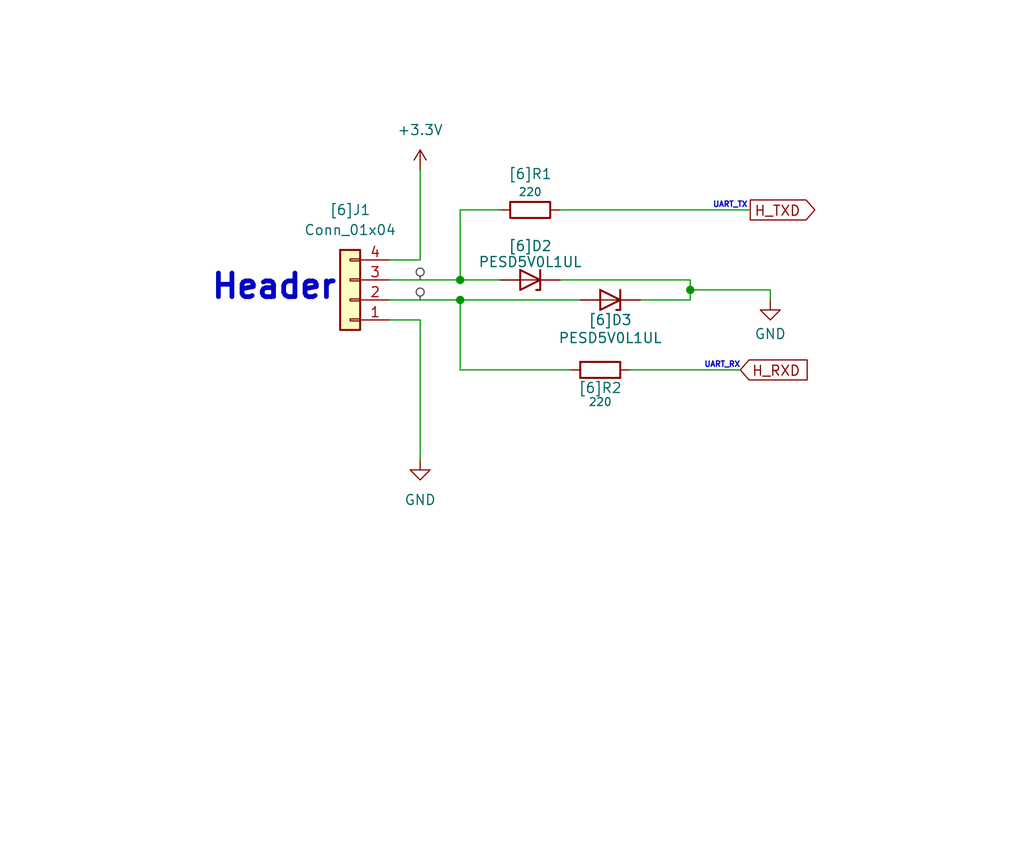
<source format=kicad_sch>
(kicad_sch
	(version 20250114)
	(generator "eeschema")
	(generator_version "9.0")
	(uuid "62d6a901-fce9-4883-b1b7-a7d39ba2ece9")
	(paper "User" 130 110)
	(lib_symbols
		(symbol "Connector_Generic:Conn_01x04"
			(pin_names
				(offset 1.016)
				(hide yes)
			)
			(exclude_from_sim no)
			(in_bom yes)
			(on_board yes)
			(property "Reference" "J"
				(at 0 5.08 0)
				(effects
					(font
						(size 1.27 1.27)
					)
				)
			)
			(property "Value" "Conn_01x04"
				(at 0 -7.62 0)
				(effects
					(font
						(size 1.27 1.27)
					)
				)
			)
			(property "Footprint" ""
				(at 0 0 0)
				(effects
					(font
						(size 1.27 1.27)
					)
					(hide yes)
				)
			)
			(property "Datasheet" "~"
				(at 0 0 0)
				(effects
					(font
						(size 1.27 1.27)
					)
					(hide yes)
				)
			)
			(property "Description" "Generic connector, single row, 01x04, script generated (kicad-library-utils/schlib/autogen/connector/)"
				(at 0 0 0)
				(effects
					(font
						(size 1.27 1.27)
					)
					(hide yes)
				)
			)
			(property "ki_keywords" "connector"
				(at 0 0 0)
				(effects
					(font
						(size 1.27 1.27)
					)
					(hide yes)
				)
			)
			(property "ki_fp_filters" "Connector*:*_1x??_*"
				(at 0 0 0)
				(effects
					(font
						(size 1.27 1.27)
					)
					(hide yes)
				)
			)
			(symbol "Conn_01x04_1_1"
				(rectangle
					(start -1.27 3.81)
					(end 1.27 -6.35)
					(stroke
						(width 0.254)
						(type default)
					)
					(fill
						(type background)
					)
				)
				(rectangle
					(start -1.27 2.667)
					(end 0 2.413)
					(stroke
						(width 0.1524)
						(type default)
					)
					(fill
						(type none)
					)
				)
				(rectangle
					(start -1.27 0.127)
					(end 0 -0.127)
					(stroke
						(width 0.1524)
						(type default)
					)
					(fill
						(type none)
					)
				)
				(rectangle
					(start -1.27 -2.413)
					(end 0 -2.667)
					(stroke
						(width 0.1524)
						(type default)
					)
					(fill
						(type none)
					)
				)
				(rectangle
					(start -1.27 -4.953)
					(end 0 -5.207)
					(stroke
						(width 0.1524)
						(type default)
					)
					(fill
						(type none)
					)
				)
				(pin passive line
					(at -5.08 2.54 0)
					(length 3.81)
					(name "Pin_1"
						(effects
							(font
								(size 1.27 1.27)
							)
						)
					)
					(number "1"
						(effects
							(font
								(size 1.27 1.27)
							)
						)
					)
				)
				(pin passive line
					(at -5.08 0 0)
					(length 3.81)
					(name "Pin_2"
						(effects
							(font
								(size 1.27 1.27)
							)
						)
					)
					(number "2"
						(effects
							(font
								(size 1.27 1.27)
							)
						)
					)
				)
				(pin passive line
					(at -5.08 -2.54 0)
					(length 3.81)
					(name "Pin_3"
						(effects
							(font
								(size 1.27 1.27)
							)
						)
					)
					(number "3"
						(effects
							(font
								(size 1.27 1.27)
							)
						)
					)
				)
				(pin passive line
					(at -5.08 -5.08 0)
					(length 3.81)
					(name "Pin_4"
						(effects
							(font
								(size 1.27 1.27)
							)
						)
					)
					(number "4"
						(effects
							(font
								(size 1.27 1.27)
							)
						)
					)
				)
			)
			(embedded_fonts no)
		)
		(symbol "Device:R"
			(pin_numbers
				(hide yes)
			)
			(pin_names
				(offset 0)
			)
			(exclude_from_sim no)
			(in_bom yes)
			(on_board yes)
			(property "Reference" "R"
				(at 2.032 0 90)
				(effects
					(font
						(size 1.27 1.27)
					)
				)
			)
			(property "Value" "R"
				(at 0 0 90)
				(effects
					(font
						(size 1.27 1.27)
					)
				)
			)
			(property "Footprint" ""
				(at -1.778 0 90)
				(effects
					(font
						(size 1.27 1.27)
					)
					(hide yes)
				)
			)
			(property "Datasheet" "~"
				(at 0 0 0)
				(effects
					(font
						(size 1.27 1.27)
					)
					(hide yes)
				)
			)
			(property "Description" "Resistor"
				(at 0 0 0)
				(effects
					(font
						(size 1.27 1.27)
					)
					(hide yes)
				)
			)
			(property "ki_keywords" "R res resistor"
				(at 0 0 0)
				(effects
					(font
						(size 1.27 1.27)
					)
					(hide yes)
				)
			)
			(property "ki_fp_filters" "R_*"
				(at 0 0 0)
				(effects
					(font
						(size 1.27 1.27)
					)
					(hide yes)
				)
			)
			(symbol "R_0_1"
				(rectangle
					(start -1.016 -2.54)
					(end 1.016 2.54)
					(stroke
						(width 0.254)
						(type default)
					)
					(fill
						(type none)
					)
				)
			)
			(symbol "R_1_1"
				(pin passive line
					(at 0 3.81 270)
					(length 1.27)
					(name "~"
						(effects
							(font
								(size 1.27 1.27)
							)
						)
					)
					(number "1"
						(effects
							(font
								(size 1.27 1.27)
							)
						)
					)
				)
				(pin passive line
					(at 0 -3.81 90)
					(length 1.27)
					(name "~"
						(effects
							(font
								(size 1.27 1.27)
							)
						)
					)
					(number "2"
						(effects
							(font
								(size 1.27 1.27)
							)
						)
					)
				)
			)
			(embedded_fonts no)
		)
		(symbol "Diode:PESD5V0L1UL"
			(pin_numbers
				(hide yes)
			)
			(pin_names
				(hide yes)
			)
			(exclude_from_sim no)
			(in_bom yes)
			(on_board yes)
			(property "Reference" "D"
				(at 0 2.54 0)
				(effects
					(font
						(size 1.27 1.27)
					)
				)
			)
			(property "Value" "PESD5V0L1UL"
				(at 0 -2.54 0)
				(effects
					(font
						(size 1.27 1.27)
					)
				)
			)
			(property "Footprint" "Diode_SMD:D_SOD-882"
				(at 0 -5.08 0)
				(effects
					(font
						(size 1.27 1.27)
					)
					(hide yes)
				)
			)
			(property "Datasheet" "https://assets.nexperia.com/documents/data-sheet/PESD5V0L1UL.pdf"
				(at 0 5.08 0)
				(effects
					(font
						(size 1.27 1.27)
					)
					(hide yes)
				)
			)
			(property "Description" "Low capacitance unidirectional ESD protection diode, 5V, SOD-882"
				(at 0 7.62 0)
				(effects
					(font
						(size 1.27 1.27)
					)
					(hide yes)
				)
			)
			(property "ki_keywords" "diode"
				(at 0 0 0)
				(effects
					(font
						(size 1.27 1.27)
					)
					(hide yes)
				)
			)
			(property "ki_fp_filters" "D*SOD?882"
				(at 0 0 0)
				(effects
					(font
						(size 1.27 1.27)
					)
					(hide yes)
				)
			)
			(symbol "PESD5V0L1UL_0_1"
				(polyline
					(pts
						(xy -1.27 -1.27) (xy -1.27 1.27) (xy -0.762 1.27)
					)
					(stroke
						(width 0.254)
						(type default)
					)
					(fill
						(type none)
					)
				)
				(polyline
					(pts
						(xy 1.27 0) (xy -1.27 0)
					)
					(stroke
						(width 0)
						(type default)
					)
					(fill
						(type none)
					)
				)
				(polyline
					(pts
						(xy 1.27 -1.27) (xy 1.27 1.27) (xy -1.27 0) (xy 1.27 -1.27)
					)
					(stroke
						(width 0.254)
						(type default)
					)
					(fill
						(type none)
					)
				)
			)
			(symbol "PESD5V0L1UL_1_1"
				(pin passive line
					(at -3.81 0 0)
					(length 2.54)
					(name "K"
						(effects
							(font
								(size 1.27 1.27)
							)
						)
					)
					(number "1"
						(effects
							(font
								(size 1.27 1.27)
							)
						)
					)
				)
				(pin passive line
					(at 3.81 0 180)
					(length 2.54)
					(name "A"
						(effects
							(font
								(size 1.27 1.27)
							)
						)
					)
					(number "2"
						(effects
							(font
								(size 1.27 1.27)
							)
						)
					)
				)
			)
			(embedded_fonts no)
		)
		(symbol "power:+3.3V"
			(power)
			(pin_numbers
				(hide yes)
			)
			(pin_names
				(offset 0)
				(hide yes)
			)
			(exclude_from_sim no)
			(in_bom yes)
			(on_board yes)
			(property "Reference" "#PWR"
				(at 0 -3.81 0)
				(effects
					(font
						(size 1.27 1.27)
					)
					(hide yes)
				)
			)
			(property "Value" "+3.3V"
				(at 0 3.556 0)
				(effects
					(font
						(size 1.27 1.27)
					)
				)
			)
			(property "Footprint" ""
				(at 0 0 0)
				(effects
					(font
						(size 1.27 1.27)
					)
					(hide yes)
				)
			)
			(property "Datasheet" ""
				(at 0 0 0)
				(effects
					(font
						(size 1.27 1.27)
					)
					(hide yes)
				)
			)
			(property "Description" "Power symbol creates a global label with name \"+3.3V\""
				(at 0 0 0)
				(effects
					(font
						(size 1.27 1.27)
					)
					(hide yes)
				)
			)
			(property "ki_keywords" "global power"
				(at 0 0 0)
				(effects
					(font
						(size 1.27 1.27)
					)
					(hide yes)
				)
			)
			(symbol "+3.3V_0_1"
				(polyline
					(pts
						(xy -0.762 1.27) (xy 0 2.54)
					)
					(stroke
						(width 0)
						(type default)
					)
					(fill
						(type none)
					)
				)
				(polyline
					(pts
						(xy 0 2.54) (xy 0.762 1.27)
					)
					(stroke
						(width 0)
						(type default)
					)
					(fill
						(type none)
					)
				)
				(polyline
					(pts
						(xy 0 0) (xy 0 2.54)
					)
					(stroke
						(width 0)
						(type default)
					)
					(fill
						(type none)
					)
				)
			)
			(symbol "+3.3V_1_1"
				(pin power_in line
					(at 0 0 90)
					(length 0)
					(name "~"
						(effects
							(font
								(size 1.27 1.27)
							)
						)
					)
					(number "1"
						(effects
							(font
								(size 1.27 1.27)
							)
						)
					)
				)
			)
			(embedded_fonts no)
		)
		(symbol "power:GND"
			(power)
			(pin_numbers
				(hide yes)
			)
			(pin_names
				(offset 0)
				(hide yes)
			)
			(exclude_from_sim no)
			(in_bom yes)
			(on_board yes)
			(property "Reference" "#PWR"
				(at 0 -6.35 0)
				(effects
					(font
						(size 1.27 1.27)
					)
					(hide yes)
				)
			)
			(property "Value" "GND"
				(at 0 -3.81 0)
				(effects
					(font
						(size 1.27 1.27)
					)
				)
			)
			(property "Footprint" ""
				(at 0 0 0)
				(effects
					(font
						(size 1.27 1.27)
					)
					(hide yes)
				)
			)
			(property "Datasheet" ""
				(at 0 0 0)
				(effects
					(font
						(size 1.27 1.27)
					)
					(hide yes)
				)
			)
			(property "Description" "Power symbol creates a global label with name \"GND\" , ground"
				(at 0 0 0)
				(effects
					(font
						(size 1.27 1.27)
					)
					(hide yes)
				)
			)
			(property "ki_keywords" "global power"
				(at 0 0 0)
				(effects
					(font
						(size 1.27 1.27)
					)
					(hide yes)
				)
			)
			(symbol "GND_0_1"
				(polyline
					(pts
						(xy 0 0) (xy 0 -1.27) (xy 1.27 -1.27) (xy 0 -2.54) (xy -1.27 -1.27) (xy 0 -1.27)
					)
					(stroke
						(width 0)
						(type default)
					)
					(fill
						(type none)
					)
				)
			)
			(symbol "GND_1_1"
				(pin power_in line
					(at 0 0 270)
					(length 0)
					(name "~"
						(effects
							(font
								(size 1.27 1.27)
							)
						)
					)
					(number "1"
						(effects
							(font
								(size 1.27 1.27)
							)
						)
					)
				)
			)
			(embedded_fonts no)
		)
	)
	(text "UART_RX"
		(exclude_from_sim no)
		(at 91.694 46.482 0)
		(effects
			(font
				(size 0.7 0.7)
			)
		)
		(uuid "3f02f38d-7c57-4be2-83b6-0345291b6d24")
	)
	(text "UART_TX"
		(exclude_from_sim no)
		(at 92.71 26.162 0)
		(effects
			(font
				(size 0.7 0.7)
			)
		)
		(uuid "420b3dc5-b114-4e95-b1a1-d935e52214ae")
	)
	(text "Header"
		(exclude_from_sim no)
		(at 34.798 36.576 0)
		(effects
			(font
				(size 3 3)
				(thickness 0.6)
				(bold yes)
			)
		)
		(uuid "4b8c53de-c67a-4e8b-a5ed-e8538d7da991")
	)
	(junction
		(at 58.42 35.56)
		(diameter 0)
		(color 0 0 0 0)
		(uuid "263f1647-5bf5-4ed8-875b-2435596a26c0")
	)
	(junction
		(at 87.63 36.83)
		(diameter 0)
		(color 0 0 0 0)
		(uuid "7ba5f183-ad9f-4cdf-befc-c030144b85f0")
	)
	(junction
		(at 58.42 38.1)
		(diameter 0)
		(color 0 0 0 0)
		(uuid "bfb11102-1037-4dea-ab7c-b4764c89d952")
	)
	(wire
		(pts
			(xy 49.53 35.56) (xy 58.42 35.56)
		)
		(stroke
			(width 0)
			(type default)
		)
		(uuid "09ba9f71-25b4-416c-863d-77e3d372fc3b")
	)
	(wire
		(pts
			(xy 87.63 35.56) (xy 87.63 36.83)
		)
		(stroke
			(width 0)
			(type default)
		)
		(uuid "2747b271-a2aa-4575-92d0-be89fccc5553")
	)
	(wire
		(pts
			(xy 58.42 46.99) (xy 72.39 46.99)
		)
		(stroke
			(width 0)
			(type default)
		)
		(uuid "3a12e1a9-a52c-4f29-8b44-22f727f513a5")
	)
	(wire
		(pts
			(xy 58.42 35.56) (xy 63.5 35.56)
		)
		(stroke
			(width 0)
			(type default)
		)
		(uuid "3c1741c5-e24a-48ec-832d-33c2ea463285")
	)
	(wire
		(pts
			(xy 71.12 26.67) (xy 95.25 26.67)
		)
		(stroke
			(width 0)
			(type default)
		)
		(uuid "3d87259f-42e5-4c75-a17f-ccc69934bf88")
	)
	(wire
		(pts
			(xy 53.34 21.59) (xy 53.34 33.02)
		)
		(stroke
			(width 0)
			(type default)
		)
		(uuid "409ac5ec-f309-4d2b-b539-02bc41e52878")
	)
	(wire
		(pts
			(xy 87.63 36.83) (xy 97.79 36.83)
		)
		(stroke
			(width 0)
			(type default)
		)
		(uuid "4a44b984-9cae-4c80-a5df-be088f0ad38c")
	)
	(wire
		(pts
			(xy 53.34 40.64) (xy 53.34 58.42)
		)
		(stroke
			(width 0)
			(type default)
		)
		(uuid "4d476dbc-75f7-43b4-8dbf-26d6800c7e66")
	)
	(wire
		(pts
			(xy 71.12 35.56) (xy 87.63 35.56)
		)
		(stroke
			(width 0)
			(type default)
		)
		(uuid "516c6b00-6a26-4c23-994d-d34f82ab323e")
	)
	(wire
		(pts
			(xy 58.42 26.67) (xy 63.5 26.67)
		)
		(stroke
			(width 0)
			(type default)
		)
		(uuid "6534e311-dffc-4c6a-b9ce-0be1e93574ab")
	)
	(wire
		(pts
			(xy 58.42 38.1) (xy 58.42 46.99)
		)
		(stroke
			(width 0)
			(type default)
		)
		(uuid "74e280d6-3a75-442e-aa42-cb55a3f83db2")
	)
	(wire
		(pts
			(xy 49.53 38.1) (xy 58.42 38.1)
		)
		(stroke
			(width 0)
			(type default)
		)
		(uuid "964afa1d-e64a-4fc1-8bfc-114a199c8676")
	)
	(wire
		(pts
			(xy 53.34 33.02) (xy 49.53 33.02)
		)
		(stroke
			(width 0)
			(type default)
		)
		(uuid "a134deba-59b3-4741-a312-94154624c449")
	)
	(wire
		(pts
			(xy 93.98 46.99) (xy 80.01 46.99)
		)
		(stroke
			(width 0)
			(type default)
		)
		(uuid "b913c015-8c86-4bcf-ac81-c1feb3797439")
	)
	(wire
		(pts
			(xy 49.53 40.64) (xy 53.34 40.64)
		)
		(stroke
			(width 0)
			(type default)
		)
		(uuid "c4029531-0236-4340-b541-d1149f603b6a")
	)
	(wire
		(pts
			(xy 81.28 38.1) (xy 87.63 38.1)
		)
		(stroke
			(width 0)
			(type default)
		)
		(uuid "d9245193-92a4-46fe-bffc-8266b55d29ba")
	)
	(wire
		(pts
			(xy 58.42 26.67) (xy 58.42 35.56)
		)
		(stroke
			(width 0)
			(type default)
		)
		(uuid "e219edfb-eac7-46a8-8452-bc9e501f1862")
	)
	(wire
		(pts
			(xy 58.42 38.1) (xy 73.66 38.1)
		)
		(stroke
			(width 0)
			(type default)
		)
		(uuid "eb02facf-6809-4aed-89b4-bd95edb9978b")
	)
	(wire
		(pts
			(xy 97.79 38.1) (xy 97.79 36.83)
		)
		(stroke
			(width 0)
			(type default)
		)
		(uuid "f3000fb7-9df8-4d0c-a204-5b3d3d1420cd")
	)
	(wire
		(pts
			(xy 87.63 36.83) (xy 87.63 38.1)
		)
		(stroke
			(width 0)
			(type default)
		)
		(uuid "f537b6a9-b6ed-44b6-a84b-1019c7d9830d")
	)
	(global_label "H_TXD"
		(shape output)
		(at 95.25 26.67 0)
		(fields_autoplaced yes)
		(effects
			(font
				(size 1.27 1.27)
			)
			(justify left)
		)
		(uuid "c7eabdb8-7bfb-426d-9f84-573b54d1666f")
		(property "Intersheetrefs" "${INTERSHEET_REFS}"
			(at 103.9804 26.67 0)
			(effects
				(font
					(size 1.27 1.27)
				)
				(justify left)
				(hide yes)
			)
		)
	)
	(global_label "H_RXD"
		(shape input)
		(at 93.98 46.99 0)
		(fields_autoplaced yes)
		(effects
			(font
				(size 1.27 1.27)
			)
			(justify left)
		)
		(uuid "f854c436-d8cb-467d-b4c6-ef3bcf52a2c9")
		(property "Intersheetrefs" "${INTERSHEET_REFS}"
			(at 113.6566 46.99 0)
			(effects
				(font
					(size 1.27 1.27)
				)
				(justify left)
				(hide yes)
			)
		)
	)
	(netclass_flag ""
		(length 1)
		(shape round)
		(at 53.34 38.1 0)
		(fields_autoplaced yes)
		(effects
			(font
				(size 1.27 1.27)
			)
			(justify left bottom)
		)
		(uuid "603d0eeb-3cdf-49fb-a016-cf8779fb30ba")
		(property "Netclass" "Signal"
			(at 54.0385 37.1 0)
			(effects
				(font
					(size 1.27 1.27)
				)
				(justify left)
				(hide yes)
			)
		)
		(property "Component Class" ""
			(at -73.66 -29.21 0)
			(effects
				(font
					(size 1.27 1.27)
					(italic yes)
				)
			)
		)
	)
	(netclass_flag ""
		(length 1)
		(shape round)
		(at 53.34 35.56 0)
		(fields_autoplaced yes)
		(effects
			(font
				(size 1.27 1.27)
			)
			(justify left bottom)
		)
		(uuid "fa222f48-f343-4ce8-9b60-1f916e115c80")
		(property "Netclass" "Signal"
			(at 54.0385 34.56 0)
			(effects
				(font
					(size 1.27 1.27)
				)
				(justify left)
				(hide yes)
			)
		)
		(property "Component Class" ""
			(at -76.2 -30.48 0)
			(effects
				(font
					(size 1.27 1.27)
					(italic yes)
				)
			)
		)
	)
	(symbol
		(lib_id "power:+3.3V")
		(at 53.34 21.59 0)
		(unit 1)
		(exclude_from_sim no)
		(in_bom yes)
		(on_board yes)
		(dnp no)
		(fields_autoplaced yes)
		(uuid "3abaf6d3-21ad-4dcc-bdbf-e169a3ed707e")
		(property "Reference" "#PWR016"
			(at 53.34 25.4 0)
			(effects
				(font
					(size 1.27 1.27)
				)
				(hide yes)
			)
		)
		(property "Value" "+3.3V"
			(at 53.34 16.51 0)
			(effects
				(font
					(size 1.27 1.27)
				)
			)
		)
		(property "Footprint" ""
			(at 53.34 21.59 0)
			(effects
				(font
					(size 1.27 1.27)
				)
				(hide yes)
			)
		)
		(property "Datasheet" ""
			(at 53.34 21.59 0)
			(effects
				(font
					(size 1.27 1.27)
				)
				(hide yes)
			)
		)
		(property "Description" "Power symbol creates a global label with name \"+3.3V\""
			(at 53.34 21.59 0)
			(effects
				(font
					(size 1.27 1.27)
				)
				(hide yes)
			)
		)
		(pin "1"
			(uuid "d017869a-2bb0-4d32-8bcb-8cd05a3ab1c3")
		)
		(instances
			(project ""
				(path "/c3097aea-784a-464f-8e6d-2c357f7de5a4/68177ff0-9df9-4532-a577-aa7f1054c538"
					(reference "#PWR016")
					(unit 1)
				)
			)
		)
	)
	(symbol
		(lib_id "Device:R")
		(at 76.2 46.99 90)
		(unit 1)
		(exclude_from_sim no)
		(in_bom no)
		(on_board yes)
		(dnp no)
		(uuid "41d431df-acf1-4089-8f7b-5dfaea4d32af")
		(property "Reference" "[6]R2"
			(at 76.2 49.276 90)
			(effects
				(font
					(size 1.27 1.27)
				)
			)
		)
		(property "Value" "220"
			(at 76.2 51.054 90)
			(effects
				(font
					(size 1 1)
				)
			)
		)
		(property "Footprint" "Resistor_SMD:R_0201_0603Metric"
			(at 76.2 48.768 90)
			(effects
				(font
					(size 1.27 1.27)
				)
				(hide yes)
			)
		)
		(property "Datasheet" "~"
			(at 76.2 46.99 0)
			(effects
				(font
					(size 1.27 1.27)
				)
				(hide yes)
			)
		)
		(property "Description" "Resistor"
			(at 76.2 46.99 0)
			(effects
				(font
					(size 1.27 1.27)
				)
				(hide yes)
			)
		)
		(property "Distributor Link" "https://uk.rs-online.com/web/p/surface-mount-resistors/1987588"
			(at 76.2 46.99 90)
			(effects
				(font
					(size 1.27 1.27)
				)
				(hide yes)
			)
		)
		(property "Manufacturer" "Yageo"
			(at 76.2 46.99 90)
			(effects
				(font
					(size 1.27 1.27)
				)
				(hide yes)
			)
		)
		(property "Manufacturer Part Number" "RC0201FR-07220RL"
			(at 76.2 46.99 90)
			(effects
				(font
					(size 1.27 1.27)
				)
				(hide yes)
			)
		)
		(pin "1"
			(uuid "a2dd6e30-3323-4d04-b9c9-d17d536cb689")
		)
		(pin "2"
			(uuid "9f309d7c-bf8d-4abc-bd14-55813fc9f3b1")
		)
		(instances
			(project ""
				(path "/c3097aea-784a-464f-8e6d-2c357f7de5a4/68177ff0-9df9-4532-a577-aa7f1054c538"
					(reference "[6]R2")
					(unit 1)
				)
			)
		)
	)
	(symbol
		(lib_id "Diode:PESD5V0L1UL")
		(at 77.47 38.1 180)
		(unit 1)
		(exclude_from_sim no)
		(in_bom no)
		(on_board yes)
		(dnp no)
		(uuid "681eecef-be9c-4a46-981c-2541d33a10bf")
		(property "Reference" "[6]D3"
			(at 77.47 40.64 0)
			(effects
				(font
					(size 1.27 1.27)
				)
			)
		)
		(property "Value" "PESD5V0L1UL"
			(at 77.47 42.926 0)
			(effects
				(font
					(size 1.27 1.27)
				)
			)
		)
		(property "Footprint" "Diode_SMD:D_SOD-882"
			(at 77.47 33.02 0)
			(effects
				(font
					(size 1.27 1.27)
				)
				(hide yes)
			)
		)
		(property "Datasheet" "https://assets.nexperia.com/documents/data-sheet/PESD5V0L1UL.pdf"
			(at 77.47 43.18 0)
			(effects
				(font
					(size 1.27 1.27)
				)
				(hide yes)
			)
		)
		(property "Description" "Low capacitance unidirectional ESD protection diode, 5V, SOD-882"
			(at 77.47 45.72 0)
			(effects
				(font
					(size 1.27 1.27)
				)
				(hide yes)
			)
		)
		(property "Distributor Link" "https://www.digikey.co.uk/en/products/detail/evvo/PESD5V0L1UL/22482021"
			(at 77.47 38.1 0)
			(effects
				(font
					(size 1.27 1.27)
				)
				(hide yes)
			)
		)
		(property "Manufacturer" "EVVO"
			(at 77.47 38.1 0)
			(effects
				(font
					(size 1.27 1.27)
				)
				(hide yes)
			)
		)
		(property "Manufacturer Part Number" "PESD5V0L1UL"
			(at 77.47 38.1 0)
			(effects
				(font
					(size 1.27 1.27)
				)
				(hide yes)
			)
		)
		(pin "2"
			(uuid "22d05e00-2ec1-44e4-9b72-31e2becb057e")
		)
		(pin "1"
			(uuid "0c9cb430-8eff-4a73-b3ec-89ec2d0e1d1f")
		)
		(instances
			(project ""
				(path "/c3097aea-784a-464f-8e6d-2c357f7de5a4/68177ff0-9df9-4532-a577-aa7f1054c538"
					(reference "[6]D3")
					(unit 1)
				)
			)
		)
	)
	(symbol
		(lib_id "Connector_Generic:Conn_01x04")
		(at 44.45 38.1 180)
		(unit 1)
		(exclude_from_sim no)
		(in_bom yes)
		(on_board yes)
		(dnp no)
		(fields_autoplaced yes)
		(uuid "9ac90c3b-d5dd-4e7f-bd26-5d7bf45ede3e")
		(property "Reference" "[6]J1"
			(at 44.45 26.67 0)
			(effects
				(font
					(size 1.27 1.27)
				)
			)
		)
		(property "Value" "Conn_01x04"
			(at 44.45 29.21 0)
			(effects
				(font
					(size 1.27 1.27)
				)
			)
		)
		(property "Footprint" "Connector_Molex:Molex_PicoBlade_53048-0410_1x04_P1.25mm_Horizontal"
			(at 44.45 38.1 0)
			(effects
				(font
					(size 1.27 1.27)
				)
				(hide yes)
			)
		)
		(property "Datasheet" "~"
			(at 44.45 38.1 0)
			(effects
				(font
					(size 1.27 1.27)
				)
				(hide yes)
			)
		)
		(property "Description" "Generic connector, single row, 01x04, script generated (kicad-library-utils/schlib/autogen/connector/)"
			(at 44.45 38.1 0)
			(effects
				(font
					(size 1.27 1.27)
				)
				(hide yes)
			)
		)
		(property "Manufacturer" "Molex"
			(at 44.45 38.1 0)
			(effects
				(font
					(size 1.27 1.27)
				)
				(hide yes)
			)
		)
		(property "Manufacturer Part Number" "0530480410"
			(at 44.45 38.1 0)
			(effects
				(font
					(size 1.27 1.27)
				)
				(hide yes)
			)
		)
		(property "Distributor Link" "https://www.digikey.co.uk/en/products/detail/molex/0530480410/242866"
			(at 44.45 38.1 0)
			(effects
				(font
					(size 1.27 1.27)
				)
				(hide yes)
			)
		)
		(pin "1"
			(uuid "96168342-fdb2-4062-b042-a85f9dd6a6e5")
		)
		(pin "2"
			(uuid "95abf7ff-08ea-4fc8-a974-f1e36f6f54b8")
		)
		(pin "3"
			(uuid "a44eee08-f3d3-4edf-806e-f72df6f39045")
		)
		(pin "4"
			(uuid "92e553b1-3fee-4fd8-b22b-5d1fac4ba61b")
		)
		(instances
			(project ""
				(path "/c3097aea-784a-464f-8e6d-2c357f7de5a4/68177ff0-9df9-4532-a577-aa7f1054c538"
					(reference "[6]J1")
					(unit 1)
				)
			)
		)
	)
	(symbol
		(lib_id "power:GND")
		(at 97.79 38.1 0)
		(unit 1)
		(exclude_from_sim no)
		(in_bom yes)
		(on_board yes)
		(dnp no)
		(uuid "c3b6c6a9-2bc7-4e6c-a1c7-ae98941771e4")
		(property "Reference" "#PWR010"
			(at 97.79 44.45 0)
			(effects
				(font
					(size 1.27 1.27)
				)
				(hide yes)
			)
		)
		(property "Value" "GND"
			(at 97.79 42.418 0)
			(effects
				(font
					(size 1.27 1.27)
				)
			)
		)
		(property "Footprint" ""
			(at 97.79 38.1 0)
			(effects
				(font
					(size 1.27 1.27)
				)
				(hide yes)
			)
		)
		(property "Datasheet" ""
			(at 97.79 38.1 0)
			(effects
				(font
					(size 1.27 1.27)
				)
				(hide yes)
			)
		)
		(property "Description" "Power symbol creates a global label with name \"GND\" , ground"
			(at 97.79 38.1 0)
			(effects
				(font
					(size 1.27 1.27)
				)
				(hide yes)
			)
		)
		(pin "1"
			(uuid "c26c8be1-f953-4cac-8275-07a0396750fc")
		)
		(instances
			(project ""
				(path "/c3097aea-784a-464f-8e6d-2c357f7de5a4/68177ff0-9df9-4532-a577-aa7f1054c538"
					(reference "#PWR010")
					(unit 1)
				)
			)
		)
	)
	(symbol
		(lib_id "Device:R")
		(at 67.31 26.67 90)
		(unit 1)
		(exclude_from_sim no)
		(in_bom no)
		(on_board yes)
		(dnp no)
		(uuid "d37294a9-bfd6-48aa-a16f-d1c4b3e835c3")
		(property "Reference" "[6]R1"
			(at 67.31 22.098 90)
			(effects
				(font
					(size 1.27 1.27)
				)
			)
		)
		(property "Value" "220"
			(at 67.31 24.384 90)
			(effects
				(font
					(size 1 1)
				)
			)
		)
		(property "Footprint" "Resistor_SMD:R_0201_0603Metric"
			(at 67.31 28.448 90)
			(effects
				(font
					(size 1.27 1.27)
				)
				(hide yes)
			)
		)
		(property "Datasheet" "~"
			(at 67.31 26.67 0)
			(effects
				(font
					(size 1.27 1.27)
				)
				(hide yes)
			)
		)
		(property "Description" "Resistor"
			(at 67.31 26.67 0)
			(effects
				(font
					(size 1.27 1.27)
				)
				(hide yes)
			)
		)
		(property "Distributor Link" "https://uk.rs-online.com/web/p/surface-mount-resistors/1987588"
			(at 67.31 26.67 90)
			(effects
				(font
					(size 1.27 1.27)
				)
				(hide yes)
			)
		)
		(property "Manufacturer" "Yageo"
			(at 67.31 26.67 90)
			(effects
				(font
					(size 1.27 1.27)
				)
				(hide yes)
			)
		)
		(property "Manufacturer Part Number" "RC0201FR-07220RL"
			(at 67.31 26.67 90)
			(effects
				(font
					(size 1.27 1.27)
				)
				(hide yes)
			)
		)
		(pin "1"
			(uuid "78172fcd-0083-4f66-a1c4-f1f44bfa2ac8")
		)
		(pin "2"
			(uuid "7927cc87-c6f7-48d3-8e31-d8517ced1429")
		)
		(instances
			(project ""
				(path "/c3097aea-784a-464f-8e6d-2c357f7de5a4/68177ff0-9df9-4532-a577-aa7f1054c538"
					(reference "[6]R1")
					(unit 1)
				)
			)
		)
	)
	(symbol
		(lib_id "Diode:PESD5V0L1UL")
		(at 67.31 35.56 180)
		(unit 1)
		(exclude_from_sim no)
		(in_bom no)
		(on_board yes)
		(dnp no)
		(uuid "e9124415-86a4-4618-a8ae-f193de1b20f9")
		(property "Reference" "[6]D2"
			(at 67.31 31.242 0)
			(effects
				(font
					(size 1.27 1.27)
				)
			)
		)
		(property "Value" "PESD5V0L1UL"
			(at 67.31 33.274 0)
			(effects
				(font
					(size 1.27 1.27)
				)
			)
		)
		(property "Footprint" "Diode_SMD:D_SOD-882"
			(at 67.31 30.48 0)
			(effects
				(font
					(size 1.27 1.27)
				)
				(hide yes)
			)
		)
		(property "Datasheet" "https://assets.nexperia.com/documents/data-sheet/PESD5V0L1UL.pdf"
			(at 67.31 40.64 0)
			(effects
				(font
					(size 1.27 1.27)
				)
				(hide yes)
			)
		)
		(property "Description" "Low capacitance unidirectional ESD protection diode, 5V, SOD-882"
			(at 67.31 43.18 0)
			(effects
				(font
					(size 1.27 1.27)
				)
				(hide yes)
			)
		)
		(property "Distributor Link" "https://www.digikey.co.uk/en/products/detail/evvo/PESD5V0L1UL/22482021"
			(at 67.31 35.56 0)
			(effects
				(font
					(size 1.27 1.27)
				)
				(hide yes)
			)
		)
		(property "Manufacturer" "EVVO"
			(at 67.31 35.56 0)
			(effects
				(font
					(size 1.27 1.27)
				)
				(hide yes)
			)
		)
		(property "Manufacturer Part Number" "PESD5V0L1UL"
			(at 67.31 35.56 0)
			(effects
				(font
					(size 1.27 1.27)
				)
				(hide yes)
			)
		)
		(pin "2"
			(uuid "1adac489-e235-44d6-860d-9e5833d7eda0")
		)
		(pin "1"
			(uuid "c3668672-80b7-4893-be52-68077e8533ee")
		)
		(instances
			(project ""
				(path "/c3097aea-784a-464f-8e6d-2c357f7de5a4/68177ff0-9df9-4532-a577-aa7f1054c538"
					(reference "[6]D2")
					(unit 1)
				)
			)
		)
	)
	(symbol
		(lib_id "power:GND")
		(at 53.34 58.42 0)
		(unit 1)
		(exclude_from_sim no)
		(in_bom yes)
		(on_board yes)
		(dnp no)
		(fields_autoplaced yes)
		(uuid "ff28bce1-17ff-42f8-838e-65c904154382")
		(property "Reference" "#PWR08"
			(at 53.34 64.77 0)
			(effects
				(font
					(size 1.27 1.27)
				)
				(hide yes)
			)
		)
		(property "Value" "GND"
			(at 53.34 63.5 0)
			(effects
				(font
					(size 1.27 1.27)
				)
			)
		)
		(property "Footprint" ""
			(at 53.34 58.42 0)
			(effects
				(font
					(size 1.27 1.27)
				)
				(hide yes)
			)
		)
		(property "Datasheet" ""
			(at 53.34 58.42 0)
			(effects
				(font
					(size 1.27 1.27)
				)
				(hide yes)
			)
		)
		(property "Description" "Power symbol creates a global label with name \"GND\" , ground"
			(at 53.34 58.42 0)
			(effects
				(font
					(size 1.27 1.27)
				)
				(hide yes)
			)
		)
		(pin "1"
			(uuid "bc32a893-ad72-470d-b562-f1b8c3a42e02")
		)
		(instances
			(project ""
				(path "/c3097aea-784a-464f-8e6d-2c357f7de5a4/68177ff0-9df9-4532-a577-aa7f1054c538"
					(reference "#PWR08")
					(unit 1)
				)
			)
		)
	)
)

</source>
